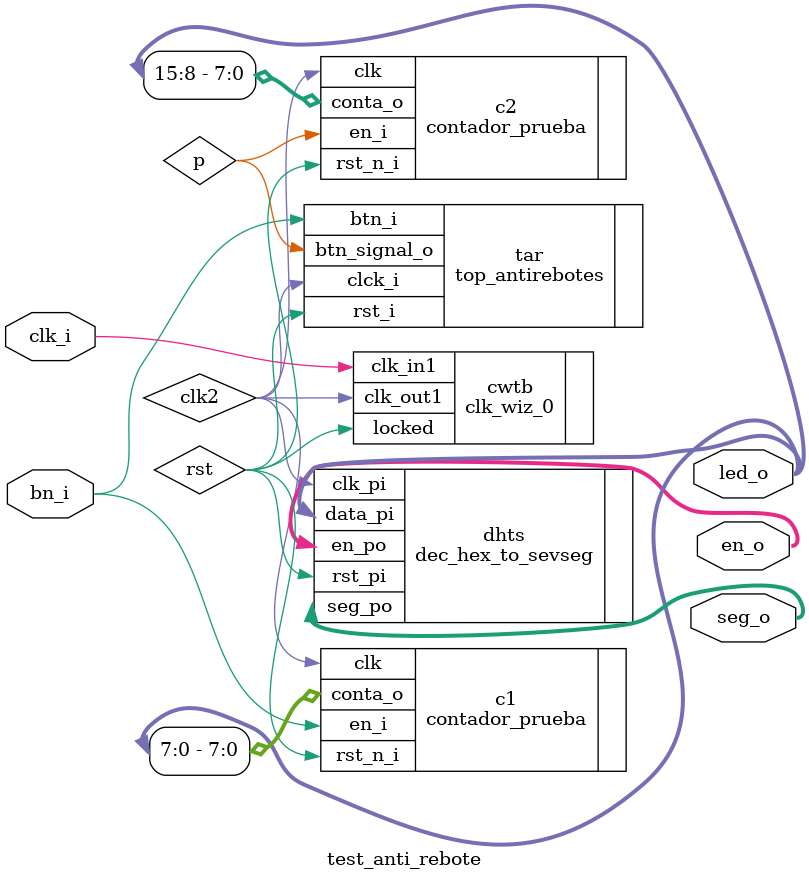
<source format=sv>
`timescale 1ns / 1ps


module test_anti_rebote(
    input logic         bn_i, 
    input logic         clk_i,
    
    output logic [15:0] led_o,
    output logic [6:0]  seg_o,
    output logic [3:0]  en_o
    
    );
    
    logic        clk2;
    logic        rst;
    logic        p;
    
     clk_wiz_0 cwtb
   (
        .clk_out1   (clk2),
        .locked     (rst),
        .clk_in1    (clk_i)
    );
    
    top_antirebotes tar (
    
        .clck_i     (clk2),
        .btn_i      (bn_i),
        .rst_i      (rst),

        .btn_signal_o(p)
    );
    
    contador_prueba c1(
        .clk        (clk2), 
        .rst_n_i    (rst), 
        .en_i       (bn_i), 
        .conta_o    (led_o[7:0])
    );
    
    contador_prueba c2(
        .clk        (clk2), 
        .rst_n_i    (rst), 
        .en_i       (p), 
        .conta_o    (led_o[15:8])
    );
    
    
    dec_hex_to_sevseg dhts(
        .clk_pi     (clk2),
        .rst_pi     (rst),
        .data_pi    (led_o),
        .en_po      (en_o),
        .seg_po     (seg_o)
   );
    
   
    
endmodule

</source>
